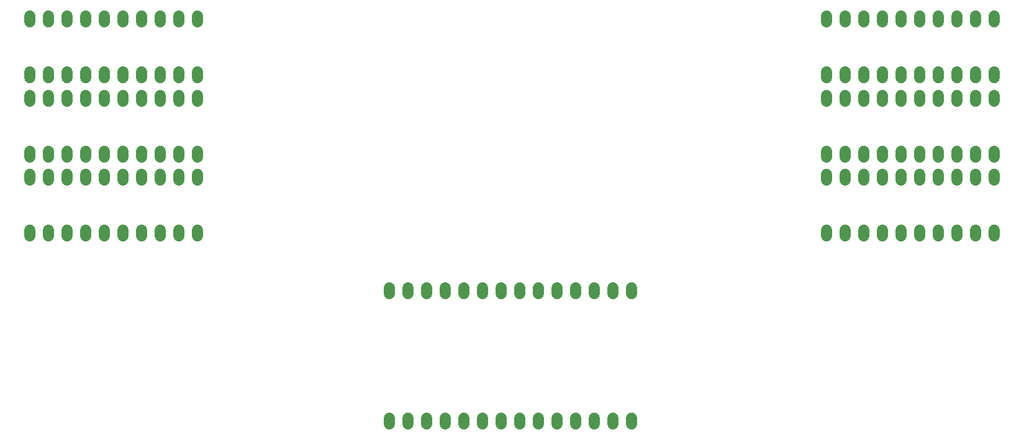
<source format=gbr>
G04 start of page 16 for group -4015 idx -4015 *
G04 Title: (unknown), toppaste *
G04 Creator: pcb 20140316 *
G04 CreationDate: Thu 02 Mar 2017 04:20:42 AM GMT UTC *
G04 For: vince *
G04 Format: Gerber/RS-274X *
G04 PCB-Dimensions (mil): 6900.00 3900.00 *
G04 PCB-Coordinate-Origin: lower left *
%MOIN*%
%FSLAX25Y25*%
%LNTOPPASTE*%
%ADD138C,0.0600*%
G54D138*X86500Y234500D02*Y231500D01*
X96500Y234500D02*Y231500D01*
X106500Y234500D02*Y231500D01*
X116500Y234500D02*Y231500D01*
X126500Y234500D02*Y231500D01*
X136500Y234500D02*Y231500D01*
X146500Y234500D02*Y231500D01*
X156500Y234500D02*Y231500D01*
X166500Y234500D02*Y231500D01*
X176500Y234500D02*Y231500D01*
Y264500D02*Y261500D01*
X166500Y264500D02*Y261500D01*
X156500Y264500D02*Y261500D01*
X146500Y264500D02*Y261500D01*
X136500Y264500D02*Y261500D01*
X126500Y264500D02*Y261500D01*
X116500Y264500D02*Y261500D01*
X106500Y264500D02*Y261500D01*
X96500Y264500D02*Y261500D01*
X86500Y264500D02*Y261500D01*
Y192000D02*Y189000D01*
X96500Y192000D02*Y189000D01*
X106500Y192000D02*Y189000D01*
X116500Y192000D02*Y189000D01*
X126500Y192000D02*Y189000D01*
X136500Y192000D02*Y189000D01*
X146500Y192000D02*Y189000D01*
X156500Y192000D02*Y189000D01*
X166500Y192000D02*Y189000D01*
X176500Y192000D02*Y189000D01*
Y222000D02*Y219000D01*
X166500Y222000D02*Y219000D01*
X156500Y222000D02*Y219000D01*
X146500Y222000D02*Y219000D01*
X136500Y222000D02*Y219000D01*
X126500Y222000D02*Y219000D01*
X116500Y222000D02*Y219000D01*
X106500Y222000D02*Y219000D01*
X96500Y222000D02*Y219000D01*
X86500Y222000D02*Y219000D01*
Y149500D02*Y146500D01*
X96500Y149500D02*Y146500D01*
X106500Y149500D02*Y146500D01*
X116500Y149500D02*Y146500D01*
X126500Y149500D02*Y146500D01*
X136500Y149500D02*Y146500D01*
X146500Y149500D02*Y146500D01*
X156500Y149500D02*Y146500D01*
X166500Y149500D02*Y146500D01*
X176500Y149500D02*Y146500D01*
Y179500D02*Y176500D01*
X166500Y179500D02*Y176500D01*
X156500Y179500D02*Y176500D01*
X146500Y179500D02*Y176500D01*
X136500Y179500D02*Y176500D01*
X126500Y179500D02*Y176500D01*
X116500Y179500D02*Y176500D01*
X106500Y179500D02*Y176500D01*
X96500Y179500D02*Y176500D01*
X86500Y179500D02*Y176500D01*
X604106Y264657D02*Y261657D01*
X594106Y264657D02*Y261657D01*
X584106Y264657D02*Y261657D01*
X574106Y264657D02*Y261657D01*
X564106Y264657D02*Y261657D01*
X554106Y264657D02*Y261657D01*
X544106Y264657D02*Y261657D01*
X534106Y264657D02*Y261657D01*
X524106Y264657D02*Y261657D01*
X514106Y264657D02*Y261657D01*
Y234657D02*Y231657D01*
X524106Y234657D02*Y231657D01*
X534106Y234657D02*Y231657D01*
X544106Y234657D02*Y231657D01*
X554106Y234657D02*Y231657D01*
X564106Y234657D02*Y231657D01*
X574106Y234657D02*Y231657D01*
X584106Y234657D02*Y231657D01*
X594106Y234657D02*Y231657D01*
X604106Y234657D02*Y231657D01*
X279500Y118500D02*Y115500D01*
X289500Y118500D02*Y115500D01*
X299500Y118500D02*Y115500D01*
X309500Y118500D02*Y115500D01*
X319500Y118500D02*Y115500D01*
X329500Y118500D02*Y115500D01*
X339500Y118500D02*Y115500D01*
X349500Y118500D02*Y115500D01*
X359500Y118500D02*Y115500D01*
X369500Y118500D02*Y115500D01*
X379500Y118500D02*Y115500D01*
X389500Y118500D02*Y115500D01*
X399500Y118500D02*Y115500D01*
X409500Y118500D02*Y115500D01*
Y48500D02*Y45500D01*
X399500Y48500D02*Y45500D01*
X389500Y48500D02*Y45500D01*
X379500Y48500D02*Y45500D01*
X369500Y48500D02*Y45500D01*
X359500Y48500D02*Y45500D01*
X349500Y48500D02*Y45500D01*
X339500Y48500D02*Y45500D01*
X329500Y48500D02*Y45500D01*
X319500Y48500D02*Y45500D01*
X309500Y48500D02*Y45500D01*
X299500Y48500D02*Y45500D01*
X289500Y48500D02*Y45500D01*
X279500Y48500D02*Y45500D01*
X604000Y179500D02*Y176500D01*
X594000Y179500D02*Y176500D01*
X584000Y179500D02*Y176500D01*
X574000Y179500D02*Y176500D01*
X564000Y179500D02*Y176500D01*
X554000Y179500D02*Y176500D01*
X544000Y179500D02*Y176500D01*
X534000Y179500D02*Y176500D01*
X524000Y179500D02*Y176500D01*
X514000Y179500D02*Y176500D01*
Y149500D02*Y146500D01*
X524000Y149500D02*Y146500D01*
X534000Y149500D02*Y146500D01*
X544000Y149500D02*Y146500D01*
X554000Y149500D02*Y146500D01*
X564000Y149500D02*Y146500D01*
X574000Y149500D02*Y146500D01*
X584000Y149500D02*Y146500D01*
X594000Y149500D02*Y146500D01*
X604000Y149500D02*Y146500D01*
Y222000D02*Y219000D01*
X594000Y222000D02*Y219000D01*
X584000Y222000D02*Y219000D01*
X574000Y222000D02*Y219000D01*
X564000Y222000D02*Y219000D01*
X554000Y222000D02*Y219000D01*
X544000Y222000D02*Y219000D01*
X534000Y222000D02*Y219000D01*
X524000Y222000D02*Y219000D01*
X514000Y222000D02*Y219000D01*
Y192000D02*Y189000D01*
X524000Y192000D02*Y189000D01*
X534000Y192000D02*Y189000D01*
X544000Y192000D02*Y189000D01*
X554000Y192000D02*Y189000D01*
X564000Y192000D02*Y189000D01*
X574000Y192000D02*Y189000D01*
X584000Y192000D02*Y189000D01*
X594000Y192000D02*Y189000D01*
X604000Y192000D02*Y189000D01*
M02*

</source>
